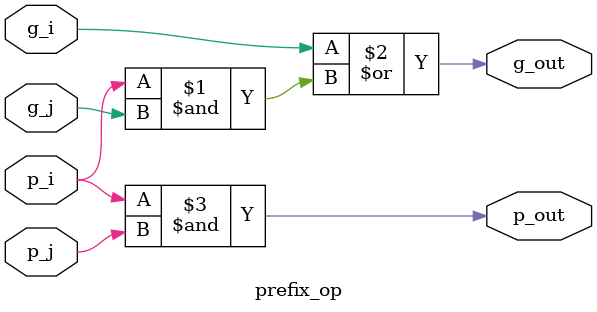
<source format=sv>
module usb_frame_counter (
    input wire clk,
    input wire rst_n,
    
    // AXI-Stream Input interface
    input wire [10:0] s_axis_tdata,     // Contains frame_number
    input wire s_axis_tvalid,           // Replaces sof_valid
    output reg s_axis_tready,           // Replaces sof_ready
    input wire s_axis_tlast,            // Indicates frame_error
    
    // AXI-Stream Output interface
    output reg [31:0] m_axis_tdata,     // Contains expected_frame, frame_missed, frame_mismatch, sof_count, error_count
    output reg m_axis_tvalid,           // Replaces frame_data_valid
    input wire m_axis_tready,           // Replaces frame_data_ready
    output reg m_axis_tlast,            // End of transaction indicator
    
    // Status signals
    output wire [1:0] counter_status    // Kept as is for monitoring
);
    localparam FRAME_NORMAL = 1'b0;
    localparam FRAME_ERROR = 1'b1;
    
    reg [15:0] consecutive_good;
    reg initialized;
    reg pending_output;
    
    // Internal registers to hold transaction data
    reg [10:0] expected_frame;
    reg frame_missed;
    reg frame_mismatch;
    reg [15:0] sof_count;
    reg [15:0] error_count;
    
    // Status output based on error counts
    assign counter_status = (error_count > 16'd10) ? 2'b11 :   // Critical errors
                           (error_count > 16'd0)  ? 2'b01 :   // Warning
                           2'b00;                             // Good
    
    // Han-Carlson adder signals
    wire [15:0] sof_count_next;
    wire [15:0] error_count_next;
    wire [15:0] consecutive_good_next;
    
    // Instantiate Han-Carlson adders
    han_carlson_adder16 sof_adder(
        .a(sof_count),
        .b(16'd1),
        .sum(sof_count_next)
    );
    
    han_carlson_adder16 error_adder(
        .a(error_count),
        .b(16'd1),
        .sum(error_count_next)
    );
    
    han_carlson_adder16 consecutive_adder(
        .a(consecutive_good),
        .b(16'd1),
        .sum(consecutive_good_next)
    );
    
    // Internal signals for frame processing
    reg frame_mismatch_i, frame_missed_i;
    reg [10:0] expected_frame_i;
    reg [15:0] sof_count_i, error_count_i, consecutive_good_i;
    
    always @(posedge clk or negedge rst_n) begin
        if (!rst_n) begin
            expected_frame <= 11'd0;
            expected_frame_i <= 11'd0;
            frame_missed <= 1'b0;
            frame_missed_i <= 1'b0;
            frame_mismatch <= 1'b0;
            frame_mismatch_i <= 1'b0;
            sof_count <= 16'd0;
            sof_count_i <= 16'd0;
            error_count <= 16'd0;
            error_count_i <= 16'd0;
            consecutive_good <= 16'd0;
            consecutive_good_i <= 16'd0;
            initialized <= 1'b0;
            
            // AXI-Stream handshake signals
            s_axis_tready <= 1'b1;
            m_axis_tvalid <= 1'b0;
            m_axis_tlast <= 1'b0;
            m_axis_tdata <= 32'd0;
            pending_output <= 1'b0;
        end else begin
            // Default single-cycle flags
            frame_missed_i <= 1'b0;
            frame_mismatch_i <= 1'b0;
            
            // Handle input AXI-Stream handshake
            if (s_axis_tvalid && s_axis_tready) begin
                s_axis_tready <= 1'b0;
                sof_count_i <= sof_count_next;
                
                if (s_axis_tlast) begin
                    // Frame error indicated by TLAST
                    error_count_i <= error_count_next;
                    consecutive_good_i <= 16'd0;
                end else if (!initialized) begin
                    // First SOF received - initialize expected counter
                    expected_frame_i <= s_axis_tdata;
                    initialized <= 1'b1;
                    consecutive_good_i <= 16'd1;
                end else begin
                    // Check if received frame matches expected
                    if (s_axis_tdata != expected_frame) begin
                        frame_mismatch_i <= 1'b1;
                        error_count_i <= error_count_next;
                        consecutive_good_i <= 16'd0;
                    end else begin
                        consecutive_good_i <= consecutive_good_next;
                    end
                    
                    // Update expected frame for next SOF
                    expected_frame_i <= (s_axis_tdata + 11'd1) & 11'h7FF;
                end
                
                pending_output <= 1'b1;
            end
            
            // Handle output AXI-Stream handshake
            if (pending_output && !m_axis_tvalid) begin
                m_axis_tvalid <= 1'b1;
                m_axis_tlast <= 1'b1; // Mark end of transaction
                
                // Pack all data into 32-bit TDATA
                m_axis_tdata <= {
                    sof_count_i[15:0],          // Bits 31:16
                    error_count_i[2:0],        // Bits 15:13
                    frame_mismatch_i,           // Bit 12
                    frame_missed_i,             // Bit 11
                    expected_frame_i[10:0]      // Bits 10:0
                };
                
                expected_frame <= expected_frame_i;
                frame_missed <= frame_missed_i;
                frame_mismatch <= frame_mismatch_i;
                sof_count <= sof_count_i;
                error_count <= error_count_i;
                consecutive_good <= consecutive_good_i;
            end
            
            if (m_axis_tvalid && m_axis_tready) begin
                m_axis_tvalid <= 1'b0;
                m_axis_tlast <= 1'b0;
                pending_output <= 1'b0;
                s_axis_tready <= 1'b1;
            end
        end
    end
endmodule

// Han-Carlson prefix adder (16-bit)
module han_carlson_adder16(
    input [15:0] a,
    input [15:0] b,
    output [15:0] sum
);
    // ... existing code ...
    // Preprocessing - Generate and Propagate signals
    wire [15:0] g, p;
    wire [15:0] g_out, p_out;
    
    // Step 1: Generate propagate and generate signals
    assign p = a ^ b;
    assign g = a & b;
    
    // Step 2: Perform prefix computation using Han-Carlson pattern
    // First stage - even bits
    wire [7:0] g_even_1, p_even_1;
    genvar i;
    
    generate
        for (i = 0; i < 8; i = i + 1) begin: stage1_even
            prefix_op prefix_s1_even(
                .g_i(g[2*i]),
                .p_i(p[2*i]),
                .g_j(g[2*i+1]),
                .p_j(p[2*i+1]),
                .g_out(g_even_1[i]),
                .p_out(p_even_1[i])
            );
        end
    endgenerate
    
    // Second stage and beyond
    wire [7:0] g_even_2, p_even_2;
    wire [7:0] g_even_3, p_even_3;
    wire [7:0] g_even_4, p_even_4;
    
    // Stage 2 (distance 2)
    generate
        for (i = 0; i < 7; i = i + 1) begin: stage2_even
            prefix_op prefix_s2_even(
                .g_i(g_even_1[i]),
                .p_i(p_even_1[i]),
                .g_j(g_even_1[i+1]),
                .p_j(p_even_1[i+1]),
                .g_out(g_even_2[i]),
                .p_out(p_even_2[i])
            );
        end
    endgenerate
    assign g_even_2[7] = g_even_1[7];
    assign p_even_2[7] = p_even_1[7];
    
    // Stage 3 (distance 4)
    generate
        for (i = 0; i < 5; i = i + 1) begin: stage3_even
            prefix_op prefix_s3_even(
                .g_i(g_even_2[i]),
                .p_i(p_even_2[i]),
                .g_j(g_even_2[i+2]),
                .p_j(p_even_2[i+2]),
                .g_out(g_even_3[i]),
                .p_out(p_even_3[i])
            );
        end
    endgenerate
    assign g_even_3[5] = g_even_2[5];
    assign p_even_3[5] = p_even_2[5];
    assign g_even_3[6] = g_even_2[6];
    assign p_even_3[6] = p_even_2[6];
    assign g_even_3[7] = g_even_2[7];
    assign p_even_3[7] = p_even_2[7];
    
    // Stage 4 (distance 8 - only needed for 16-bit or larger)
    generate
        for (i = 0; i < 1; i = i + 1) begin: stage4_even
            prefix_op prefix_s4_even(
                .g_i(g_even_3[i]),
                .p_i(p_even_3[i]),
                .g_j(g_even_3[i+4]),
                .p_j(p_even_3[i+4]),
                .g_out(g_even_4[i]),
                .p_out(p_even_4[i])
            );
        end
    endgenerate
    assign g_even_4[1] = g_even_3[1];
    assign p_even_4[1] = p_even_3[1];
    assign g_even_4[2] = g_even_3[2];
    assign p_even_4[2] = p_even_3[2];
    assign g_even_4[3] = g_even_3[3];
    assign p_even_4[3] = p_even_3[3];
    assign g_even_4[4] = g_even_3[4];
    assign p_even_4[4] = p_even_3[4];
    assign g_even_4[5] = g_even_3[5];
    assign p_even_4[5] = p_even_3[5];
    assign g_even_4[6] = g_even_3[6];
    assign p_even_4[6] = p_even_3[6];
    assign g_even_4[7] = g_even_3[7];
    assign p_even_4[7] = p_even_3[7];
    
    // Final stage - calculate odd positions using adjacent even position results
    wire [15:0] carry;
    
    // Carry for position 0 is always 0
    assign carry[0] = 1'b0;
    
    // Even positions get carries from the prefix network
    assign carry[2] = g_even_4[0];
    assign carry[4] = g_even_4[1];
    assign carry[6] = g_even_4[2];
    assign carry[8] = g_even_4[3];
    assign carry[10] = g_even_4[4];
    assign carry[12] = g_even_4[5];
    assign carry[14] = g_even_4[6];
    
    // Odd positions get their carries from a final prefix calculation
    generate
        for (i = 0; i < 8; i = i + 1) begin: final_odd
            if (i == 0) begin
                assign carry[2*i+1] = g[2*i];
            end else begin
                prefix_op prefix_odd(
                    .g_i(g_even_4[i-1]),
                    .p_i(p_even_4[i-1]),
                    .g_j(g[2*i]),
                    .p_j(p[2*i]),
                    .g_out(carry[2*i+1]),
                    .p_out()  // not needed
                );
            end
        end
    endgenerate
    
    // Final sum calculation
    assign sum = p ^ {carry[14:0], 1'b0};
endmodule

// Prefix operation module (black cell): g_out = g_i + p_i·g_j
module prefix_op(
    input g_i,
    input p_i,
    input g_j,
    input p_j,
    output g_out,
    output p_out
);
    assign g_out = g_i | (p_i & g_j);
    assign p_out = p_i & p_j;
endmodule
</source>
